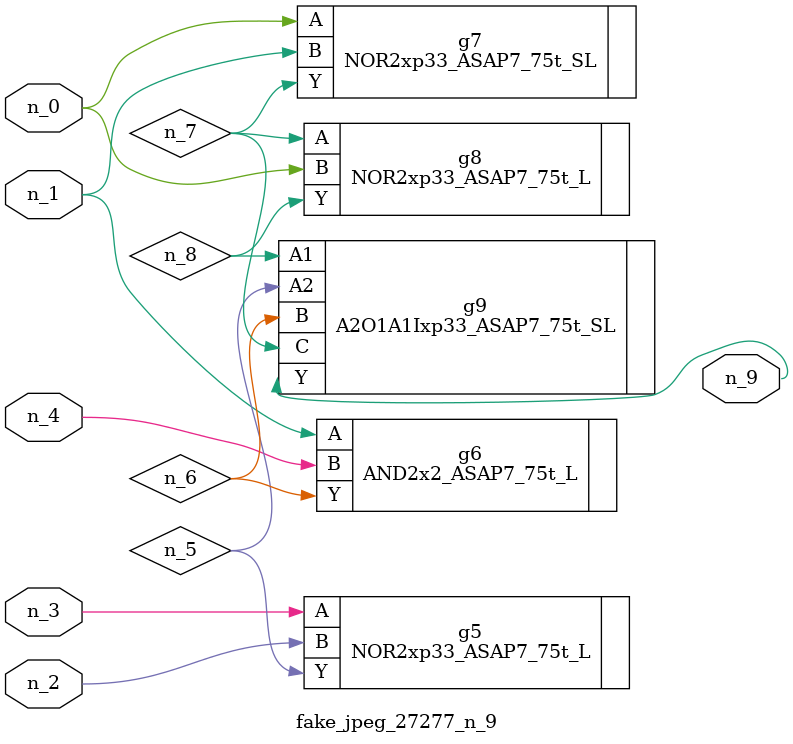
<source format=v>
module fake_jpeg_27277_n_9 (n_3, n_2, n_1, n_0, n_4, n_9);

input n_3;
input n_2;
input n_1;
input n_0;
input n_4;

output n_9;

wire n_8;
wire n_6;
wire n_5;
wire n_7;

NOR2xp33_ASAP7_75t_L g5 ( 
.A(n_3),
.B(n_2),
.Y(n_5)
);

AND2x2_ASAP7_75t_L g6 ( 
.A(n_1),
.B(n_4),
.Y(n_6)
);

NOR2xp33_ASAP7_75t_SL g7 ( 
.A(n_0),
.B(n_1),
.Y(n_7)
);

NOR2xp33_ASAP7_75t_L g8 ( 
.A(n_7),
.B(n_0),
.Y(n_8)
);

A2O1A1Ixp33_ASAP7_75t_SL g9 ( 
.A1(n_8),
.A2(n_5),
.B(n_6),
.C(n_7),
.Y(n_9)
);


endmodule
</source>
